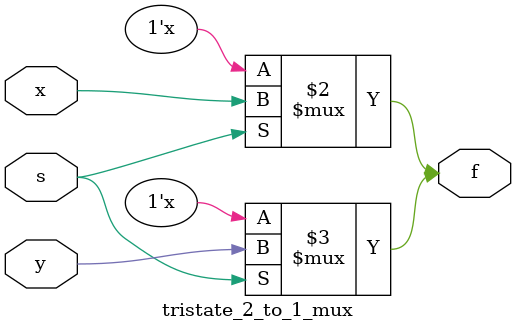
<source format=v>
module tristate_2_to_1_mux(
    input wire x,    // Input signal x
    input wire y,    // Input signal y
    input wire s,    // Select signal
    output wire f    // Output signal
    );

    // tristate 2-to-1 mux
    bufif0 b1 (f, x, ~s); // When s = 0, f = x
    bufif1 b2 (f, y, s);  // When s = 1, f = y

endmodule

</source>
